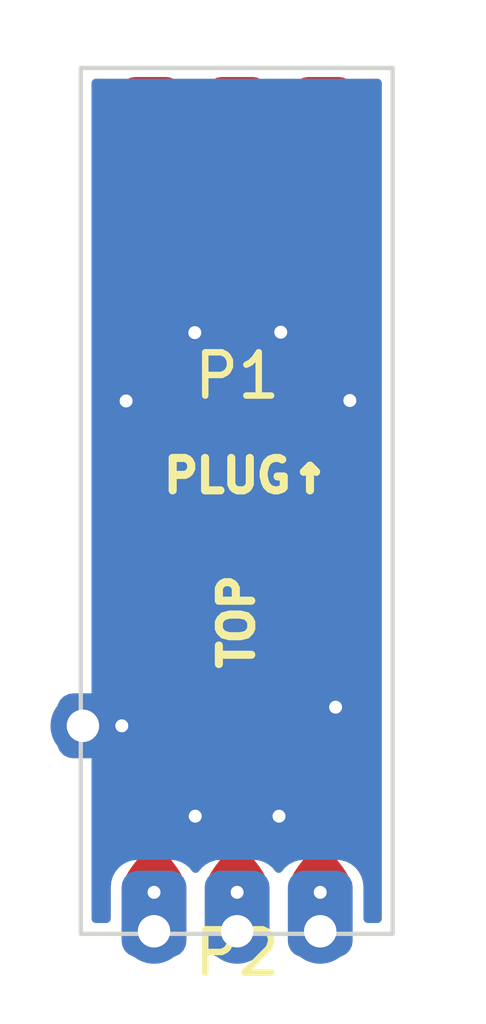
<source format=kicad_pcb>
(kicad_pcb (version 20171130) (host pcbnew "(5.1.8-0-10_14)")

  (general
    (thickness 0.8)
    (drawings 6)
    (tracks 20)
    (zones 0)
    (modules 2)
    (nets 5)
  )

  (page USLetter)
  (title_block
    (rev 1)
  )

  (layers
    (0 Front signal)
    (31 Back signal)
    (34 B.Paste user)
    (35 F.Paste user)
    (36 B.SilkS user)
    (37 F.SilkS user)
    (38 B.Mask user)
    (39 F.Mask user)
    (44 Edge.Cuts user)
    (45 Margin user)
    (46 B.CrtYd user)
    (47 F.CrtYd user)
    (49 F.Fab user hide)
  )

  (setup
    (last_trace_width 0.25)
    (user_trace_width 0.254)
    (user_trace_width 0.508)
    (user_trace_width 0.762)
    (trace_clearance 0.25)
    (zone_clearance 0.2)
    (zone_45_only no)
    (trace_min 0.1524)
    (via_size 0.6)
    (via_drill 0.3)
    (via_min_size 0.508)
    (via_min_drill 0.254)
    (user_via 0.6858 0.3302)
    (user_via 0.889 0.381)
    (uvia_size 0.6858)
    (uvia_drill 0.254)
    (uvias_allowed no)
    (uvia_min_size 0)
    (uvia_min_drill 0)
    (edge_width 0.1)
    (segment_width 0.254)
    (pcb_text_width 0.3048)
    (pcb_text_size 1.524 1.524)
    (mod_edge_width 0.127)
    (mod_text_size 0.762 0.762)
    (mod_text_width 0.127)
    (pad_size 0.6 0.6)
    (pad_drill 0.3)
    (pad_to_mask_clearance 0.0508)
    (aux_axis_origin 0 0)
    (visible_elements FFFFFF7F)
    (pcbplotparams
      (layerselection 0x010fc_ffffffff)
      (usegerberextensions false)
      (usegerberattributes false)
      (usegerberadvancedattributes false)
      (creategerberjobfile false)
      (excludeedgelayer true)
      (linewidth 0.152400)
      (plotframeref false)
      (viasonmask false)
      (mode 1)
      (useauxorigin false)
      (hpglpennumber 1)
      (hpglpenspeed 20)
      (hpglpendiameter 15.000000)
      (psnegative false)
      (psa4output false)
      (plotreference true)
      (plotvalue false)
      (plotinvisibletext false)
      (padsonsilk false)
      (subtractmaskfromsilk true)
      (outputformat 1)
      (mirror false)
      (drillshape 0)
      (scaleselection 1)
      (outputdirectory "./gerbers"))
  )

  (net 0 "")
  (net 1 /Green)
  (net 2 /Red)
  (net 3 /Blue)
  (net 4 /GND)

  (net_class Default "This is the default net class."
    (clearance 0.25)
    (trace_width 0.25)
    (via_dia 0.6)
    (via_drill 0.3)
    (uvia_dia 0.6858)
    (uvia_drill 0.254)
    (diff_pair_width 0.1524)
    (diff_pair_gap 0.1524)
    (add_net /Blue)
    (add_net /GND)
    (add_net /Green)
    (add_net /Red)
  )

  (module 8DIN2VGA:DIN_Top (layer Front) (tedit 6150B1D2) (tstamp 61246571)
    (at 145 93.9)
    (path /61250839)
    (fp_text reference P1 (at 0 4.66) (layer F.SilkS)
      (effects (font (size 1 1) (thickness 0.15)))
    )
    (fp_text value DIN_TOP (at 0 -0.5) (layer F.Fab)
      (effects (font (size 1 1) (thickness 0.15)))
    )
    (pad 4 thru_hole circle (at -2.57 5.24) (size 0.6 0.6) (drill 0.3) (layers *.Cu *.Mask)
      (net 4 /GND) (zone_connect 2))
    (pad 6 smd roundrect (at 2 0) (size 1.45 4.5) (layers Front F.Mask) (roundrect_rratio 0.25)
      (net 3 /Blue))
    (pad 8 smd roundrect (at -2 0) (size 1.45 4.5) (layers Front F.Mask) (roundrect_rratio 0.25)
      (net 2 /Red))
    (pad 7 smd roundrect (at 0 0) (size 1.45 4.5) (layers Front F.Mask) (roundrect_rratio 0.25)
      (net 1 /Green))
  )

  (module 8DIN2VGA:DIN_Top_to_Main (layer Front) (tedit 6150D702) (tstamp 6150B191)
    (at 145 111.400798)
    (path /61251271)
    (fp_text reference P2 (at 0 0.5) (layer F.SilkS)
      (effects (font (size 1 1) (thickness 0.15)))
    )
    (fp_text value DIN_TOP_TO_MAIN (at 0 -0.5) (layer F.Fab)
      (effects (font (size 1 1) (thickness 0.15)))
    )
    (fp_poly (pts (xy 3.5453 -9.693592) (xy 3.035747 -9.693592) (xy 3.041395 -7.595687) (xy 3.047044 -5.497783)
      (xy 3.16884 -5.494563) (xy 3.239259 -5.492331) (xy 3.290718 -5.490019) (xy 3.307245 -5.488718)
      (xy 3.30933 -5.466683) (xy 3.311341 -5.403024) (xy 3.313259 -5.300408) (xy 3.31507 -5.1615)
      (xy 3.316756 -4.988965) (xy 3.318303 -4.78547) (xy 3.319693 -4.553681) (xy 3.320911 -4.296263)
      (xy 3.32194 -4.015882) (xy 3.322766 -3.715204) (xy 3.32337 -3.396895) (xy 3.323738 -3.06362)
      (xy 3.323853 -2.740148) (xy 3.323853 0.005798) (xy 2.290061 0.005798) (xy 2.264251 -0.080349)
      (xy 2.222716 -0.161834) (xy 2.154309 -0.240804) (xy 2.072941 -0.303959) (xy 1.99542 -0.33739)
      (xy 1.883529 -0.340694) (xy 1.775514 -0.305868) (xy 1.680988 -0.238701) (xy 1.609565 -0.14498)
      (xy 1.58581 -0.090814) (xy 1.556412 -0.005274) (xy 0.958273 0.000614) (xy 0.360134 0.006503)
      (xy 0.344918 -0.062772) (xy 0.310179 -0.141504) (xy 0.247119 -0.221449) (xy 0.169055 -0.288717)
      (xy 0.089373 -0.329394) (xy 0.011922 -0.343547) (xy -0.067187 -0.334321) (xy -0.093264 -0.327561)
      (xy -0.187638 -0.290973) (xy -0.25807 -0.236451) (xy -0.312415 -0.155337) (xy -0.358526 -0.03897)
      (xy -0.360473 -0.032955) (xy -0.367132 -0.021359) (xy -0.382084 -0.012325) (xy -0.410301 -0.005535)
      (xy -0.456758 -0.000675) (xy -0.526429 0.002571) (xy -0.624289 0.004521) (xy -0.75531 0.005488)
      (xy -0.924467 0.00579) (xy -0.970675 0.005798) (xy -1.568424 0.005798) (xy -1.591633 -0.080395)
      (xy -1.631599 -0.162533) (xy -1.699612 -0.241978) (xy -1.781634 -0.305174) (xy -1.857762 -0.33739)
      (xy -1.969652 -0.340694) (xy -2.077667 -0.305869) (xy -2.172192 -0.238703) (xy -2.243614 -0.144983)
      (xy -2.26737 -0.090814) (xy -2.296764 -0.005274) (xy -2.808251 0.00067) (xy -3.319738 0.006615)
      (xy -3.314115 -2.745276) (xy -3.308492 -5.497166) (xy -3.0649 -5.497166) (xy -3.059252 -7.595379)
      (xy -3.053603 -9.693592) (xy -3.563156 -9.693592) (xy -3.563156 -18.905797) (xy 3.5453 -18.905797)
      (xy 3.5453 -9.693592)) (layer F.Fab) (width 0.01))
    (pad 7 thru_hole roundrect (at 0 -0.9) (size 1.5 2) (drill 0.3 (offset 0 0.5)) (layers *.Cu *.Mask) (roundrect_rratio 0.25)
      (net 1 /Green))
    (pad 8 thru_hole roundrect (at -1.924 -0.9) (size 1.5 2) (drill 0.3 (offset 0 0.5)) (layers *.Cu *.Mask) (roundrect_rratio 0.25)
      (net 2 /Red))
    (pad 6 thru_hole roundrect (at 1.924 -0.9) (size 1.5 2) (drill 0.3 (offset 0 0.5)) (layers *.Cu *.Mask) (roundrect_rratio 0.25)
      (net 3 /Blue))
    (pad 7 thru_hole circle (at 0 0) (size 1.5 1.5) (drill 0.75) (layers *.Cu *.Mask)
      (net 1 /Green))
    (pad 6 thru_hole circle (at 1.924 0) (size 1.5 1.5) (drill 0.75) (layers *.Cu *.Mask)
      (net 3 /Blue))
    (pad 8 thru_hole circle (at -1.924 0) (size 1.5 1.5) (drill 0.75) (layers *.Cu *.Mask)
      (net 2 /Red))
    (pad 4 thru_hole roundrect (at -2.67 -4.75 270) (size 1.5 2) (drill 0.3 (offset 0 0.5)) (layers *.Cu *.Mask) (roundrect_rratio 0.25)
      (net 4 /GND))
    (pad 4 thru_hole circle (at -3.57 -4.75 270) (size 1.5 1.5) (drill 0.75) (layers *.Cu *.Mask)
      (net 4 /GND))
  )

  (gr_text PLUG↑ (at 145.24 100.87) (layer F.SilkS) (tstamp 6125304D)
    (effects (font (size 0.75 0.75) (thickness 0.1875)))
  )
  (gr_text TOP (at 144.99 104.24 90) (layer F.SilkS)
    (effects (font (size 0.75 0.75) (thickness 0.1875)))
  )
  (gr_line (start 148.6 111.46) (end 148.6 91.44) (layer Edge.Cuts) (width 0.1))
  (gr_line (start 141.38 111.46) (end 148.6 111.46) (layer Edge.Cuts) (width 0.1))
  (gr_line (start 141.38 91.44) (end 141.38 111.46) (layer Edge.Cuts) (width 0.1))
  (gr_line (start 141.38 91.44) (end 148.6 91.44) (layer Edge.Cuts) (width 0.1))

  (segment (start 145 93.9) (end 145 109.23) (width 0.25) (layer Front) (net 1) (status 10))
  (segment (start 145 109.23) (end 145 110.49) (width 0.25) (layer Front) (net 1) (status 20))
  (segment (start 143.08 109.2) (end 143.08 110.48) (width 0.25) (layer Front) (net 2) (status 20))
  (segment (start 143.08 108.35) (end 143.08 109.2) (width 0.25) (layer Front) (net 2))
  (segment (start 143.61 107.82) (end 143.08 108.35) (width 0.25) (layer Front) (net 2))
  (segment (start 143.61 98.65) (end 143.61 107.82) (width 0.25) (layer Front) (net 2))
  (segment (start 143 98.04) (end 143.61 98.65) (width 0.25) (layer Front) (net 2))
  (segment (start 143 93.9) (end 143 98.04) (width 0.25) (layer Front) (net 2) (status 10))
  (segment (start 146.92 109.21) (end 146.92 110.51) (width 0.25) (layer Front) (net 3) (status 20))
  (segment (start 146.92 108.43) (end 146.92 109.21) (width 0.25) (layer Front) (net 3))
  (segment (start 146.29 107.8) (end 146.92 108.43) (width 0.25) (layer Front) (net 3))
  (segment (start 146.29 98.66) (end 146.29 107.8) (width 0.25) (layer Front) (net 3))
  (segment (start 147 97.95) (end 146.29 98.66) (width 0.25) (layer Front) (net 3))
  (segment (start 147 93.9) (end 147 97.95) (width 0.25) (layer Front) (net 3) (status 10))
  (via (at 147.61 99.13) (size 0.6) (drill 0.3) (layers Front Back) (net 4))
  (via (at 144.02 97.56) (size 0.6) (drill 0.3) (layers Front Back) (net 4))
  (via (at 146.01 97.55) (size 0.6) (drill 0.3) (layers Front Back) (net 4))
  (via (at 144.03 108.74) (size 0.6) (drill 0.3) (layers Front Back) (net 4))
  (via (at 145.97 108.74) (size 0.6) (drill 0.3) (layers Front Back) (net 4))
  (via (at 147.28 106.22) (size 0.6) (drill 0.3) (layers Front Back) (net 4))

  (zone (net 4) (net_name /GND) (layer Front) (tstamp 61246DD4) (hatch edge 0.508)
    (connect_pads yes (clearance 0.2))
    (min_thickness 0.2)
    (fill yes (arc_segments 32) (thermal_gap 0.4) (thermal_bridge_width 0.4))
    (polygon
      (pts
        (xy 150.78 113.55) (xy 140.42 113.55) (xy 140.42 90.64) (xy 150.78 90.64)
      )
    )
    (filled_polygon
      (pts
        (xy 141.93703 91.873168) (xy 141.923307 92.0125) (xy 141.923307 95.7875) (xy 141.93703 95.926832) (xy 141.977672 96.06081)
        (xy 142.04367 96.184284) (xy 142.132489 96.292511) (xy 142.240716 96.38133) (xy 142.36419 96.447328) (xy 142.498168 96.48797)
        (xy 142.525001 96.490613) (xy 142.525001 98.016658) (xy 142.522702 98.04) (xy 142.531873 98.133116) (xy 142.554903 98.209034)
        (xy 142.559035 98.222654) (xy 142.603142 98.305173) (xy 142.6625 98.377501) (xy 142.680629 98.392379) (xy 143.135 98.846751)
        (xy 143.135001 107.623248) (xy 142.760634 107.997616) (xy 142.742499 108.012499) (xy 142.683141 108.084827) (xy 142.639034 108.167347)
        (xy 142.630082 108.196859) (xy 142.611873 108.256884) (xy 142.602702 108.35) (xy 142.605 108.373333) (xy 142.605001 108.991364)
        (xy 142.597765 109.138081) (xy 142.58076 109.238017) (xy 142.557543 109.310603) (xy 142.527944 109.3711) (xy 142.48718 109.433608)
        (xy 142.430415 109.507502) (xy 142.360039 109.594936) (xy 142.354207 109.602386) (xy 142.278053 109.702418) (xy 142.265057 109.720674)
        (xy 142.187707 109.837039) (xy 142.172241 109.86261) (xy 142.143382 109.91528) (xy 142.096777 109.972069) (xy 142.029623 110.097705)
        (xy 141.98827 110.234027) (xy 141.974307 110.375798) (xy 141.974307 111.11) (xy 141.73 111.11) (xy 141.73 91.79)
        (xy 141.962259 91.79)
      )
    )
    (filled_polygon
      (pts
        (xy 148.25 111.11) (xy 148.025693 111.11) (xy 148.025693 110.375798) (xy 148.01173 110.234027) (xy 147.970377 110.097705)
        (xy 147.903223 109.972069) (xy 147.856333 109.914933) (xy 147.827974 109.863284) (xy 147.812193 109.837288) (xy 147.735086 109.72189)
        (xy 147.721753 109.703284) (xy 147.645702 109.604165) (xy 147.639597 109.596435) (xy 147.569171 109.509808) (xy 147.512284 109.436603)
        (xy 147.471603 109.374989) (xy 147.442206 109.315663) (xy 147.419175 109.24457) (xy 147.402242 109.146313) (xy 147.395 109.001261)
        (xy 147.395 108.453332) (xy 147.397298 108.43) (xy 147.388127 108.336884) (xy 147.360966 108.247346) (xy 147.316859 108.164827)
        (xy 147.310847 108.157501) (xy 147.257501 108.092499) (xy 147.239377 108.077625) (xy 146.765 107.60325) (xy 146.765 98.85675)
        (xy 147.319377 98.302375) (xy 147.337501 98.287501) (xy 147.396859 98.215173) (xy 147.440966 98.132654) (xy 147.468127 98.043116)
        (xy 147.475 97.973332) (xy 147.477298 97.95) (xy 147.475 97.926668) (xy 147.475 96.490613) (xy 147.501832 96.48797)
        (xy 147.63581 96.447328) (xy 147.759284 96.38133) (xy 147.867511 96.292511) (xy 147.95633 96.184284) (xy 148.022328 96.06081)
        (xy 148.06297 95.926832) (xy 148.076693 95.7875) (xy 148.076693 92.0125) (xy 148.06297 91.873168) (xy 148.037741 91.79)
        (xy 148.250001 91.79)
      )
    )
    (filled_polygon
      (pts
        (xy 144.04367 96.184284) (xy 144.132489 96.292511) (xy 144.240716 96.38133) (xy 144.36419 96.447328) (xy 144.498168 96.48797)
        (xy 144.525 96.490613) (xy 144.525001 108.991368) (xy 144.517759 109.138493) (xy 144.500726 109.23884) (xy 144.47744 109.311874)
        (xy 144.447739 109.372828) (xy 144.406894 109.435785) (xy 144.35012 109.510169) (xy 144.279956 109.598026) (xy 144.274019 109.605674)
        (xy 144.198247 109.70613) (xy 144.185237 109.724589) (xy 144.108381 109.841462) (xy 144.092992 109.867202) (xy 144.066192 109.91673)
        (xy 144.038 109.951082) (xy 144.011031 109.91822) (xy 143.986233 109.871811) (xy 143.970924 109.845904) (xy 143.894565 109.728522)
        (xy 143.881543 109.709861) (xy 143.806156 109.608981) (xy 143.800114 109.601131) (xy 143.730152 109.512836) (xy 143.673386 109.437975)
        (xy 143.632462 109.374564) (xy 143.602662 109.313156) (xy 143.579307 109.239674) (xy 143.562244 109.138904) (xy 143.555 108.991403)
        (xy 143.555 108.54675) (xy 143.929371 108.17238) (xy 143.947501 108.157501) (xy 144.006859 108.085173) (xy 144.050966 108.002654)
        (xy 144.078127 107.913116) (xy 144.085 107.843332) (xy 144.087298 107.820001) (xy 144.085 107.796669) (xy 144.085 98.673331)
        (xy 144.087298 98.649999) (xy 144.078127 98.556883) (xy 144.063337 98.508127) (xy 144.050966 98.467346) (xy 144.006859 98.384827)
        (xy 143.947501 98.312499) (xy 143.929371 98.29762) (xy 143.475 97.84325) (xy 143.475 96.490613) (xy 143.501832 96.48797)
        (xy 143.63581 96.447328) (xy 143.759284 96.38133) (xy 143.867511 96.292511) (xy 143.95633 96.184284) (xy 144 96.102583)
      )
    )
    (filled_polygon
      (pts
        (xy 146.04367 96.184284) (xy 146.132489 96.292511) (xy 146.240716 96.38133) (xy 146.36419 96.447328) (xy 146.498168 96.48797)
        (xy 146.525001 96.490613) (xy 146.525001 97.753247) (xy 145.970633 98.307616) (xy 145.952499 98.322499) (xy 145.893141 98.394827)
        (xy 145.849034 98.477347) (xy 145.839697 98.508127) (xy 145.821873 98.566884) (xy 145.812702 98.66) (xy 145.815 98.683332)
        (xy 145.815001 107.776658) (xy 145.812702 107.8) (xy 145.821873 107.893116) (xy 145.839949 107.952702) (xy 145.849035 107.982654)
        (xy 145.893142 108.065173) (xy 145.9525 108.137501) (xy 145.970629 108.152379) (xy 146.445 108.626752) (xy 146.445001 109.001276)
        (xy 146.437743 109.147143) (xy 146.420743 109.246252) (xy 146.397558 109.318257) (xy 146.367941 109.378501) (xy 146.327066 109.441046)
        (xy 146.270181 109.515201) (xy 146.200117 109.602754) (xy 146.193792 109.610902) (xy 146.118502 109.710888) (xy 146.105133 109.729927)
        (xy 146.02902 109.846369) (xy 146.013391 109.872732) (xy 145.9892 109.917939) (xy 145.962 109.951082) (xy 145.933808 109.916729)
        (xy 145.907007 109.867201) (xy 145.891618 109.841462) (xy 145.814762 109.724589) (xy 145.801752 109.70613) (xy 145.72598 109.605674)
        (xy 145.720043 109.598026) (xy 145.649879 109.510169) (xy 145.593105 109.435785) (xy 145.55226 109.372828) (xy 145.522559 109.311874)
        (xy 145.499273 109.23884) (xy 145.48224 109.138493) (xy 145.475 108.991391) (xy 145.475 96.490613) (xy 145.501832 96.48797)
        (xy 145.63581 96.447328) (xy 145.759284 96.38133) (xy 145.867511 96.292511) (xy 145.95633 96.184284) (xy 146 96.102583)
      )
    )
  )
  (zone (net 4) (net_name /GND) (layer Back) (tstamp 61246DD1) (hatch edge 0.508)
    (connect_pads yes (clearance 0.2))
    (min_thickness 0.2)
    (fill yes (arc_segments 32) (thermal_gap 0.4) (thermal_bridge_width 0.4))
    (polygon
      (pts
        (xy 149.6 112.2) (xy 139.51 112.2) (xy 139.51 89.87) (xy 149.6 89.87)
      )
    )
    (filled_polygon
      (pts
        (xy 148.25 111.11) (xy 148.025693 111.11) (xy 148.025693 110.375798) (xy 148.01173 110.234027) (xy 147.970377 110.097705)
        (xy 147.903223 109.972069) (xy 147.81285 109.861948) (xy 147.702729 109.771575) (xy 147.577093 109.704421) (xy 147.440771 109.663068)
        (xy 147.299 109.649105) (xy 146.549 109.649105) (xy 146.407229 109.663068) (xy 146.270907 109.704421) (xy 146.145271 109.771575)
        (xy 146.03515 109.861948) (xy 145.962 109.951082) (xy 145.88885 109.861948) (xy 145.778729 109.771575) (xy 145.653093 109.704421)
        (xy 145.516771 109.663068) (xy 145.375 109.649105) (xy 144.625 109.649105) (xy 144.483229 109.663068) (xy 144.346907 109.704421)
        (xy 144.221271 109.771575) (xy 144.11115 109.861948) (xy 144.038 109.951082) (xy 143.96485 109.861948) (xy 143.854729 109.771575)
        (xy 143.729093 109.704421) (xy 143.592771 109.663068) (xy 143.451 109.649105) (xy 142.701 109.649105) (xy 142.559229 109.663068)
        (xy 142.422907 109.704421) (xy 142.297271 109.771575) (xy 142.18715 109.861948) (xy 142.096777 109.972069) (xy 142.029623 110.097705)
        (xy 141.98827 110.234027) (xy 141.974307 110.375798) (xy 141.974307 111.11) (xy 141.73 111.11) (xy 141.73 91.79)
        (xy 148.250001 91.79)
      )
    )
  )
  (zone (net 1) (net_name /Green) (layer Front) (tstamp 0) (hatch edge 0.508)
    (priority 16962)
    (connect_pads yes (clearance 0.25))
    (min_thickness 0.0254)
    (fill yes (arc_segments 32) (thermal_gap 0.508) (thermal_bridge_width 0.508))
    (polygon
      (pts
        (xy 145.125 95.345) (xy 145.133323 95.175294) (xy 145.156937 95.035656) (xy 145.193812 94.919544) (xy 145.241913 94.820418)
        (xy 145.29921 94.731735) (xy 145.36367 94.646954) (xy 145.433261 94.559533) (xy 145.505951 94.462932) (xy 145.579708 94.350608)
        (xy 145.6525 94.21602) (xy 145 93.5375) (xy 144.3475 94.21602) (xy 144.420291 94.350608) (xy 144.494048 94.462932)
        (xy 144.566738 94.559533) (xy 144.636329 94.646954) (xy 144.700789 94.731735) (xy 144.758086 94.820418) (xy 144.806187 94.919544)
        (xy 144.843062 95.035656) (xy 144.866676 95.175294) (xy 144.875 95.345)
      )
    )
    (filled_polygon
      (pts
        (xy 145.636916 94.218137) (xy 145.568794 94.344091) (xy 145.495557 94.455623) (xy 145.423219 94.551757) (xy 145.353734 94.639044)
        (xy 145.35356 94.639267) (xy 145.2891 94.724048) (xy 145.288543 94.724843) (xy 145.231246 94.813526) (xy 145.230487 94.814874)
        (xy 145.182386 94.914) (xy 145.181708 94.9157) (xy 145.144833 95.031812) (xy 145.144415 95.033538) (xy 145.120801 95.173176)
        (xy 145.120638 95.174672) (xy 145.112907 95.3323) (xy 144.887093 95.3323) (xy 144.879361 95.174672) (xy 144.879198 95.173176)
        (xy 144.855584 95.033538) (xy 144.855166 95.031812) (xy 144.818291 94.9157) (xy 144.817613 94.914) (xy 144.769512 94.814874)
        (xy 144.768753 94.813526) (xy 144.711456 94.724843) (xy 144.710899 94.724048) (xy 144.646439 94.639267) (xy 144.646265 94.639044)
        (xy 144.57678 94.551757) (xy 144.504442 94.455623) (xy 144.431205 94.344091) (xy 144.363084 94.218137) (xy 145 93.555822)
      )
    )
  )
  (zone (net 1) (net_name /Green) (layer Front) (tstamp 0) (hatch edge 0.508)
    (priority 16962)
    (connect_pads yes (clearance 0.25))
    (min_thickness 0.0254)
    (fill yes (arc_segments 32) (thermal_gap 0.508) (thermal_bridge_width 0.508))
    (polygon
      (pts
        (xy 144.875 109) (xy 144.866312 109.176513) (xy 144.841668 109.321699) (xy 144.80319 109.442377) (xy 144.753004 109.54537)
        (xy 144.693235 109.637497) (xy 144.626006 109.72558) (xy 144.553444 109.816439) (xy 144.477672 109.916895) (xy 144.400816 110.033768)
        (xy 144.325 110.173881) (xy 145 110.875798) (xy 145.675 110.173881) (xy 145.599183 110.033768) (xy 145.522327 109.916895)
        (xy 145.446555 109.816439) (xy 145.373993 109.72558) (xy 145.306764 109.637497) (xy 145.246995 109.54537) (xy 145.196809 109.442377)
        (xy 145.158331 109.321699) (xy 145.133687 109.176513) (xy 145.125 109)
      )
    )
    (filled_polygon
      (pts
        (xy 145.121002 109.177137) (xy 145.121166 109.178638) (xy 145.14581 109.323824) (xy 145.146231 109.325557) (xy 145.184709 109.446235)
        (xy 145.185392 109.44794) (xy 145.235578 109.550933) (xy 145.236341 109.552282) (xy 145.29611 109.644409) (xy 145.296669 109.645202)
        (xy 145.363898 109.733285) (xy 145.364069 109.733505) (xy 145.436522 109.824227) (xy 145.511943 109.924218) (xy 145.588269 110.040286)
        (xy 145.659415 110.171766) (xy 145 110.857476) (xy 144.340585 110.171766) (xy 144.41173 110.040286) (xy 144.488056 109.924218)
        (xy 144.563477 109.824227) (xy 144.63593 109.733505) (xy 144.636101 109.733285) (xy 144.70333 109.645202) (xy 144.703889 109.644409)
        (xy 144.763658 109.552282) (xy 144.764421 109.550933) (xy 144.814607 109.44794) (xy 144.81529 109.446235) (xy 144.853768 109.325557)
        (xy 144.854189 109.323824) (xy 144.878833 109.178638) (xy 144.878997 109.177137) (xy 144.887091 109.0127) (xy 145.112909 109.0127)
      )
    )
  )
  (zone (net 2) (net_name /Red) (layer Front) (tstamp 0) (hatch edge 0.508)
    (priority 16962)
    (connect_pads yes (clearance 0.25))
    (min_thickness 0.0254)
    (fill yes (arc_segments 32) (thermal_gap 0.508) (thermal_bridge_width 0.508))
    (polygon
      (pts
        (xy 142.955 109) (xy 142.946311 109.176194) (xy 142.921653 109.3211) (xy 142.883137 109.441519) (xy 142.832871 109.544255)
        (xy 142.772968 109.636111) (xy 142.705537 109.72389) (xy 142.63269 109.814394) (xy 142.556536 109.914426) (xy 142.479186 110.030791)
        (xy 142.402752 110.17029) (xy 143.074003 110.875792) (xy 143.752732 110.177482) (xy 143.677538 110.036757) (xy 143.601179 109.919375)
        (xy 143.525792 109.818495) (xy 143.453517 109.727281) (xy 143.386494 109.638893) (xy 143.32686 109.546492) (xy 143.276754 109.443241)
        (xy 143.238316 109.322301) (xy 143.213685 109.176833) (xy 143.205 109)
      )
    )
    (filled_polygon
      (pts
        (xy 143.201 109.177456) (xy 143.201163 109.178953) (xy 143.225794 109.324421) (xy 143.226213 109.326148) (xy 143.264651 109.447088)
        (xy 143.265328 109.448786) (xy 143.315434 109.552037) (xy 143.316189 109.553379) (xy 143.375823 109.64578) (xy 143.376374 109.646567)
        (xy 143.443397 109.734955) (xy 143.443563 109.735168) (xy 143.515732 109.826248) (xy 143.590754 109.92664) (xy 143.666597 110.043228)
        (xy 143.737158 110.175283) (xy 143.0741 110.85747) (xy 142.418348 110.168257) (xy 142.490065 110.037367) (xy 142.566888 109.921795)
        (xy 142.642702 109.822209) (xy 142.71543 109.731853) (xy 142.715608 109.731627) (xy 142.783039 109.643848) (xy 142.783606 109.643048)
        (xy 142.843509 109.551192) (xy 142.844279 109.549837) (xy 142.894545 109.447101) (xy 142.895233 109.445388) (xy 142.933749 109.324969)
        (xy 142.934173 109.32323) (xy 142.958831 109.178324) (xy 142.958996 109.17682) (xy 142.96709 109.0127) (xy 143.192908 109.0127)
      )
    )
  )
  (zone (net 2) (net_name /Red) (layer Front) (tstamp 0) (hatch edge 0.508)
    (priority 16962)
    (connect_pads yes (clearance 0.25))
    (min_thickness 0.0254)
    (fill yes (arc_segments 32) (thermal_gap 0.508) (thermal_bridge_width 0.508))
    (polygon
      (pts
        (xy 143.125 95.345) (xy 143.133323 95.175294) (xy 143.156937 95.035656) (xy 143.193812 94.919544) (xy 143.241913 94.820418)
        (xy 143.29921 94.731735) (xy 143.36367 94.646954) (xy 143.433261 94.559533) (xy 143.505951 94.462932) (xy 143.579708 94.350608)
        (xy 143.6525 94.21602) (xy 143 93.5375) (xy 142.3475 94.21602) (xy 142.420291 94.350608) (xy 142.494048 94.462932)
        (xy 142.566738 94.559533) (xy 142.636329 94.646954) (xy 142.700789 94.731735) (xy 142.758086 94.820418) (xy 142.806187 94.919544)
        (xy 142.843062 95.035656) (xy 142.866676 95.175294) (xy 142.875 95.345)
      )
    )
    (filled_polygon
      (pts
        (xy 143.636916 94.218137) (xy 143.568794 94.344091) (xy 143.495557 94.455623) (xy 143.423219 94.551757) (xy 143.353734 94.639044)
        (xy 143.35356 94.639267) (xy 143.2891 94.724048) (xy 143.288543 94.724843) (xy 143.231246 94.813526) (xy 143.230487 94.814874)
        (xy 143.182386 94.914) (xy 143.181708 94.9157) (xy 143.144833 95.031812) (xy 143.144415 95.033538) (xy 143.120801 95.173176)
        (xy 143.120638 95.174672) (xy 143.112907 95.3323) (xy 142.887093 95.3323) (xy 142.879361 95.174672) (xy 142.879198 95.173176)
        (xy 142.855584 95.033538) (xy 142.855166 95.031812) (xy 142.818291 94.9157) (xy 142.817613 94.914) (xy 142.769512 94.814874)
        (xy 142.768753 94.813526) (xy 142.711456 94.724843) (xy 142.710899 94.724048) (xy 142.646439 94.639267) (xy 142.646265 94.639044)
        (xy 142.57678 94.551757) (xy 142.504442 94.455623) (xy 142.431205 94.344091) (xy 142.363084 94.218137) (xy 143 93.555822)
      )
    )
  )
  (zone (net 3) (net_name /Blue) (layer Front) (tstamp 0) (hatch edge 0.508)
    (priority 16962)
    (connect_pads yes (clearance 0.25))
    (min_thickness 0.0254)
    (fill yes (arc_segments 32) (thermal_gap 0.508) (thermal_bridge_width 0.508))
    (polygon
      (pts
        (xy 146.795 109.01) (xy 146.786265 109.185564) (xy 146.761508 109.329891) (xy 146.7229 109.449794) (xy 146.672612 109.552087)
        (xy 146.612817 109.643583) (xy 146.545685 109.731096) (xy 146.473388 109.821439) (xy 146.398098 109.921425) (xy 146.321985 110.037867)
        (xy 146.247221 110.177581) (xy 146.926052 110.875792) (xy 147.5972 110.170191) (xy 147.521179 110.031738) (xy 147.444072 109.91634)
        (xy 147.368021 109.817221) (xy 147.295165 109.727605) (xy 147.227644 109.640715) (xy 147.1676 109.549776) (xy 147.117173 109.448011)
        (xy 147.078504 109.328644) (xy 147.053732 109.184899) (xy 147.045 109.01)
      )
    )
    (filled_polygon
      (pts
        (xy 147.041048 109.185532) (xy 147.041216 109.187056) (xy 147.065988 109.330801) (xy 147.066422 109.332558) (xy 147.105091 109.451925)
        (xy 147.105793 109.45365) (xy 147.15622 109.555415) (xy 147.157002 109.556774) (xy 147.217046 109.647713) (xy 147.217616 109.648508)
        (xy 147.285137 109.735398) (xy 147.285311 109.735616) (xy 147.35804 109.825075) (xy 147.433741 109.923738) (xy 147.510318 110.038343)
        (xy 147.5816 110.168165) (xy 146.925952 110.85747) (xy 146.2628 110.175386) (xy 146.332923 110.044345) (xy 146.408496 109.92873)
        (xy 146.48342 109.829229) (xy 146.555601 109.739031) (xy 146.555762 109.738826) (xy 146.622894 109.651313) (xy 146.623448 109.650531)
        (xy 146.683243 109.559035) (xy 146.684009 109.55769) (xy 146.734297 109.455397) (xy 146.734989 109.453687) (xy 146.773597 109.333784)
        (xy 146.774025 109.332038) (xy 146.798782 109.187711) (xy 146.798949 109.186195) (xy 146.807084 109.0227) (xy 147.032918 109.0227)
      )
    )
  )
  (zone (net 3) (net_name /Blue) (layer Front) (tstamp 0) (hatch edge 0.508)
    (priority 16962)
    (connect_pads yes (clearance 0.25))
    (min_thickness 0.0254)
    (fill yes (arc_segments 32) (thermal_gap 0.508) (thermal_bridge_width 0.508))
    (polygon
      (pts
        (xy 147.125 95.345) (xy 147.133323 95.175294) (xy 147.156937 95.035656) (xy 147.193812 94.919544) (xy 147.241913 94.820418)
        (xy 147.29921 94.731735) (xy 147.36367 94.646954) (xy 147.433261 94.559533) (xy 147.505951 94.462932) (xy 147.579708 94.350608)
        (xy 147.6525 94.21602) (xy 147 93.5375) (xy 146.3475 94.21602) (xy 146.420291 94.350608) (xy 146.494048 94.462932)
        (xy 146.566738 94.559533) (xy 146.636329 94.646954) (xy 146.700789 94.731735) (xy 146.758086 94.820418) (xy 146.806187 94.919544)
        (xy 146.843062 95.035656) (xy 146.866676 95.175294) (xy 146.875 95.345)
      )
    )
    (filled_polygon
      (pts
        (xy 147.636916 94.218137) (xy 147.568794 94.344091) (xy 147.495557 94.455623) (xy 147.423219 94.551757) (xy 147.353734 94.639044)
        (xy 147.35356 94.639267) (xy 147.2891 94.724048) (xy 147.288543 94.724843) (xy 147.231246 94.813526) (xy 147.230487 94.814874)
        (xy 147.182386 94.914) (xy 147.181708 94.9157) (xy 147.144833 95.031812) (xy 147.144415 95.033538) (xy 147.120801 95.173176)
        (xy 147.120638 95.174672) (xy 147.112907 95.3323) (xy 146.887093 95.3323) (xy 146.879361 95.174672) (xy 146.879198 95.173176)
        (xy 146.855584 95.033538) (xy 146.855166 95.031812) (xy 146.818291 94.9157) (xy 146.817613 94.914) (xy 146.769512 94.814874)
        (xy 146.768753 94.813526) (xy 146.711456 94.724843) (xy 146.710899 94.724048) (xy 146.646439 94.639267) (xy 146.646265 94.639044)
        (xy 146.57678 94.551757) (xy 146.504442 94.455623) (xy 146.431205 94.344091) (xy 146.363084 94.218137) (xy 147 93.555822)
      )
    )
  )
)

</source>
